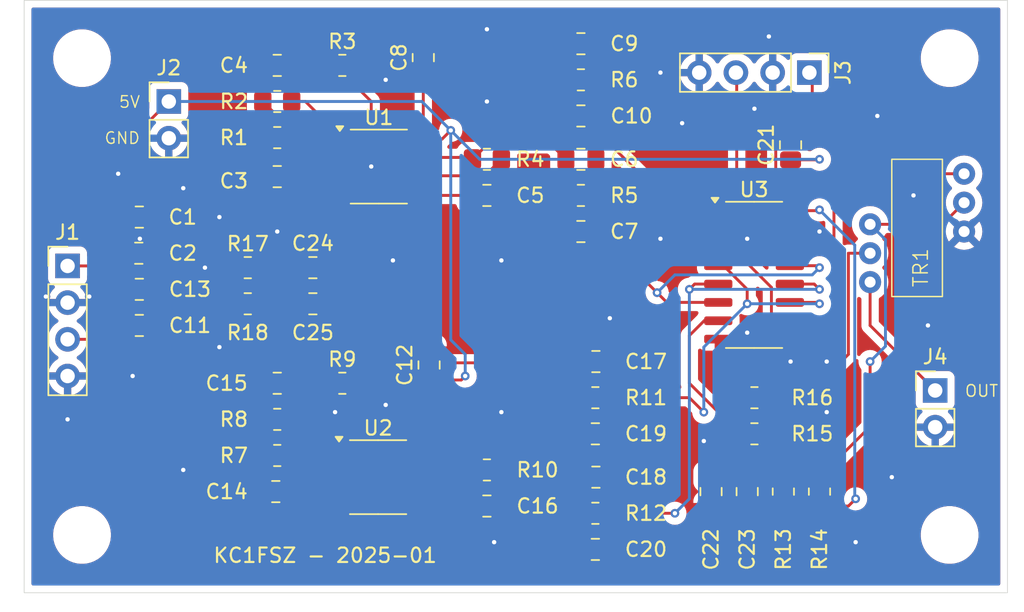
<source format=kicad_pcb>
(kicad_pcb (version 20240108) (generator "pcbnew") (generator_version "8.0")
  (layers (0 "F.Cu" signal) (31 "B.Cu" signal) (34 "B.Paste" user) (35 "F.Paste" user) (36 "B.SilkS" user "B.Silkscreen") (37 "F.SilkS" user "F.Silkscreen") (38 "B.Mask" user) (39 "F.Mask" user) (44 "Edge.Cuts" user))
  (net 0 "")
  (net 1 "I_IN")
  (net 2 "Net-(C1-Pad1)")
  (net 3 "GND")
  (net 4 "VBIAS")
  (net 5 "Net-(U1A--)")
  (net 6 "Net-(C4-Pad1)")
  (net 7 "Net-(C6-Pad1)")
  (net 8 "Net-(C6-Pad2)")
  (net 9 "P180")
  (net 10 "+5V")
  (net 11 "Net-(C9-Pad1)")
  (net 12 "P0")
  (net 13 "Q_IN")
  (net 14 "Net-(C13-Pad1)")
  (net 15 "Net-(U2A--)")
  (net 16 "Net-(C15-Pad1)")
  (net 17 "Net-(C17-Pad1)")
  (net 18 "Net-(C18-Pad2)")
  (net 19 "Net-(C18-Pad1)")
  (net 20 "P90")
  (net 21 "P270")
  (net 22 "Net-(C22-Pad1)")
  (net 23 "CLK_I")
  (net 24 "CLK_Q")
  (net 25 "TX_OUT")
  (net 26 "Net-(U1B--)")
  (net 27 "Net-(U2B--)")
  (net 28 "Net-(R15-Pad2)")
  (net 29 "Net-(U3-1A)")
  (net 30 "Net-(R16-Pad2)")
  (net 31 "Net-(U3-2A)")
  (footprint "Package_SO:SOIC-8_3.9x4.9mm_P1.27mm" (layer "F.Cu") (at 145.525 75.505)
    (property "Reference" "U1")
    (property "Value" "LM4562")
  )
  (footprint "MountingHole:MountingHole_3.5mm" (layer "F.Cu") (at 185 68)
    (property "Reference" "H2" (hide yes))
    (property "Value" "MountingHole")
  )
  (footprint "Capacitor_SMD:C_0805_2012Metric_Pad1.18x1.45mm_HandSolder" (layer "F.Cu") (at 148.6 67.9625 90)
    (property "Reference" "C8")
    (property "Value" "0.1uF")
  )
  (footprint "Resistor_SMD:R_0805_2012Metric_Pad1.20x1.40mm_HandSolder" (layer "F.Cu") (at 153 96.5 180)
    (property "Reference" "R10")
    (property "Value" "10k")
  )
  (footprint "Capacitor_SMD:C_0805_2012Metric_Pad1.18x1.45mm_HandSolder" (layer "F.Cu") (at 140.9625 82.5)
    (property "Reference" "C24")
    (property "Value" "4.7uF")
  )
  (footprint "Package_SO:SOIC-8_3.9x4.9mm_P1.27mm" (layer "F.Cu") (at 145.475 97)
    (property "Reference" "U2")
    (property "Value" "LM4562")
  )
  (footprint "Resistor_SMD:R_0805_2012Metric_Pad1.20x1.40mm_HandSolder" (layer "F.Cu") (at 160.5 91.5)
    (property "Reference" "R11")
    (property "Value" "50")
  )
  (footprint "Package_SO:SOIC-16_3.9x9.9mm_P1.27mm" (layer "F.Cu") (at 171.475 83)
    (property "Reference" "U3")
    (property "Value" "SN74CBT3253")
  )
  (footprint "Resistor_SMD:R_0805_2012Metric_Pad1.20x1.40mm_HandSolder" (layer "F.Cu") (at 159.5 69.5)
    (property "Reference" "R6")
    (property "Value" "50")
  )
  (footprint "Capacitor_SMD:C_0805_2012Metric_Pad1.18x1.45mm_HandSolder" (layer "F.Cu") (at 128.9625 84 180)
    (property "Reference" "C13")
    (property "Value" "10uF")
  )
  (footprint "bruce-footprints:FT37-43 Trifilar" (layer "F.Cu") (at 182.5 79.5 90)
    (property "Reference" "TR1")
    (property "Value" "Trifilar FT37-43")
  )
  (footprint "MountingHole:MountingHole_3.5mm" (layer "F.Cu") (at 125 68)
    (property "Reference" "H1" (hide yes))
    (property "Value" "MountingHole")
  )
  (footprint "Capacitor_SMD:C_0805_2012Metric_Pad1.18x1.45mm_HandSolder" (layer "F.Cu") (at 159.5 67 180)
    (property "Reference" "C9")
    (property "Value" "10uF")
  )
  (footprint "Capacitor_SMD:C_0805_2012Metric_Pad1.18x1.45mm_HandSolder" (layer "F.Cu") (at 138.5 76.2 180)
    (property "Reference" "C3")
    (property "Value" "0.1uF")
  )
  (footprint "Capacitor_SMD:C_0805_2012Metric_Pad1.18x1.45mm_HandSolder" (layer "F.Cu") (at 171 98 -90)
    (property "Reference" "C23")
    (property "Value" "4.7uF")
  )
  (footprint "Capacitor_SMD:C_0805_2012Metric_Pad1.18x1.45mm_HandSolder" (layer "F.Cu") (at 174 74 90)
    (property "Reference" "C21")
    (property "Value" "0.1uF")
  )
  (footprint "Capacitor_SMD:C_0805_2012Metric_Pad1.18x1.45mm_HandSolder" (layer "F.Cu") (at 159.5 80 180)
    (property "Reference" "C7")
    (property "Value" "0.022uF")
  )
  (footprint "Capacitor_SMD:C_0805_2012Metric_Pad1.18x1.45mm_HandSolder" (layer "F.Cu") (at 160.5375 97 180)
    (property "Reference" "C18")
    (property "Value" "10uF")
  )
  (footprint "Resistor_SMD:R_0805_2012Metric_Pad1.20x1.40mm_HandSolder" (layer "F.Cu") (at 138.5 95.5)
    (property "Reference" "R7")
    (property "Value" "10k")
  )
  (footprint "Capacitor_SMD:C_0805_2012Metric_Pad1.18x1.45mm_HandSolder" (layer "F.Cu") (at 138.5 68.5 180)
    (property "Reference" "C4")
    (property "Value" "100pF")
  )
  (footprint "Capacitor_SMD:C_0805_2012Metric_Pad1.18x1.45mm_HandSolder" (layer "F.Cu") (at 128.9625 79 180)
    (property "Reference" "C1")
    (property "Value" "10uF")
  )
  (footprint "Capacitor_SMD:C_0805_2012Metric_Pad1.18x1.45mm_HandSolder" (layer "F.Cu") (at 128.9625 86.5)
    (property "Reference" "C11")
    (property "Value" "1000pF")
  )
  (footprint "Resistor_SMD:R_0805_2012Metric_Pad1.20x1.40mm_HandSolder" (layer "F.Cu") (at 153 75 180)
    (property "Reference" "R4")
    (property "Value" "10k")
  )
  (footprint "Capacitor_SMD:C_0805_2012Metric_Pad1.18x1.45mm_HandSolder" (layer "F.Cu") (at 153 99)
    (property "Reference" "C16")
    (property "Value" "0.1uF")
  )
  (footprint "Resistor_SMD:R_0805_2012Metric_Pad1.20x1.40mm_HandSolder" (layer "F.Cu") (at 159.5 77.5)
    (property "Reference" "R5")
    (property "Value" "50")
  )
  (footprint "Resistor_SMD:R_0805_2012Metric_Pad1.20x1.40mm_HandSolder" (layer "F.Cu") (at 173.5 98 -90)
    (property "Reference" "R13")
    (property "Value" "2.2k")
  )
  (footprint "Connector_PinHeader_2.54mm:PinHeader_1x04_P2.54mm_Vertical" (layer "F.Cu") (at 175.3 69 -90)
    (property "Reference" "J3")
    (property "Value" "Conn_01x04")
  )
  (footprint "Resistor_SMD:R_0805_2012Metric_Pad1.20x1.40mm_HandSolder" (layer "F.Cu") (at 160.5 99.5)
    (property "Reference" "R12")
    (property "Value" "50")
  )
  (footprint "Resistor_SMD:R_0805_2012Metric_Pad1.20x1.40mm_HandSolder" (layer "F.Cu") (at 136.4625 82.5)
    (property "Reference" "R17")
    (property "Value" "2.2k")
  )
  (footprint "Capacitor_SMD:C_0805_2012Metric_Pad1.18x1.45mm_HandSolder" (layer "F.Cu") (at 160.5 94 180)
    (property "Reference" "C19")
    (property "Value" "0.022uF")
  )
  (footprint "Resistor_SMD:R_0805_2012Metric_Pad1.20x1.40mm_HandSolder" (layer "F.Cu") (at 143 90.5)
    (property "Reference" "R9")
    (property "Value" "10k")
  )
  (footprint "Resistor_SMD:R_0805_2012Metric_Pad1.20x1.40mm_HandSolder" (layer "F.Cu") (at 136.4625 85 180)
    (property "Reference" "R18")
    (property "Value" "2.2k")
  )
  (footprint "Capacitor_SMD:C_0805_2012Metric_Pad1.18x1.45mm_HandSolder" (layer "F.Cu") (at 159.5 72 180)
    (property "Reference" "C10")
    (property "Value" "0.022uF")
  )
  (footprint "Resistor_SMD:R_0805_2012Metric_Pad1.20x1.40mm_HandSolder" (layer "F.Cu") (at 138.5 93)
    (property "Reference" "R8")
    (property "Value" "10k")
  )
  (footprint "Capacitor_SMD:C_0805_2012Metric_Pad1.18x1.45mm_HandSolder" (layer "F.Cu") (at 138.5 90.5 180)
    (property "Reference" "C15")
    (property "Value" "100pF")
  )
  (footprint "MountingHole:MountingHole_3.5mm" (layer "F.Cu") (at 185 101)
    (property "Reference" "H4" (hide yes))
    (property "Value" "MountingHole")
  )
  (footprint "Resistor_SMD:R_0805_2012Metric_Pad1.20x1.40mm_HandSolder" (layer "F.Cu") (at 138.5 73.5)
    (property "Reference" "R1")
    (property "Value" "10k")
  )
  (footprint "Capacitor_SMD:C_0805_2012Metric_Pad1.18x1.45mm_HandSolder" (layer "F.Cu") (at 140.9625 85)
    (property "Reference" "C25")
    (property "Value" "0.1uF")
  )
  (footprint "Connector_PinHeader_2.54mm:PinHeader_1x04_P2.54mm_Vertical" (layer "F.Cu") (at 124 82.38)
    (property "Reference" "J1")
    (property "Value" "Conn_01x04")
  )
  (footprint "Capacitor_SMD:C_0805_2012Metric_Pad1.18x1.45mm_HandSolder" (layer "F.Cu") (at 168.5 98 -90)
    (property "Reference" "C22")
    (property "Value" "0.1uF")
  )
  (footprint "Resistor_SMD:R_0805_2012Metric_Pad1.20x1.40mm_HandSolder" (layer "F.Cu") (at 138.5 71)
    (property "Reference" "R2")
    (property "Value" "10k")
  )
  (footprint "Resistor_SMD:R_0805_2012Metric_Pad1.20x1.40mm_HandSolder" (layer "F.Cu") (at 143 68.5)
    (property "Reference" "R3")
    (property "Value" "10k")
  )
  (footprint "Capacitor_SMD:C_0805_2012Metric_Pad1.18x1.45mm_HandSolder" (layer "F.Cu") (at 160.5 102 180)
    (property "Reference" "C20")
    (property "Value" "0.022uF")
  )
  (footprint "Capacitor_SMD:C_0805_2012Metric_Pad1.18x1.45mm_HandSolder" (layer "F.Cu") (at 153 77.5)
    (property "Reference" "C5")
    (property "Value" "0.1uF")
  )
  (footprint "Capacitor_SMD:C_0805_2012Metric_Pad1.18x1.45mm_HandSolder" (layer "F.Cu") (at 149 89.2375 90)
    (property "Reference" "C12")
    (property "Value" "0.1uF")
  )
  (footprint "MountingHole:MountingHole_3.5mm" (layer "F.Cu") (at 125 101)
    (property "Reference" "H3" (hide yes))
    (property "Value" "MountingHole")
  )
  (footprint "Capacitor_SMD:C_0805_2012Metric_Pad1.18x1.45mm_HandSolder" (layer "F.Cu") (at 160.5375 89 180)
    (property "Reference" "C17")
    (property "Value" "10uF")
  )
  (footprint "Capacitor_SMD:C_0805_2012Metric_Pad1.18x1.45mm_HandSolder" (layer "F.Cu") (at 159.5 75 180)
    (property "Reference" "C6")
    (property "Value" "10uF")
  )
  (footprint "Capacitor_SMD:C_0805_2012Metric_Pad1.18x1.45mm_HandSolder" (layer "F.Cu") (at 128.925 81.5)
    (property "Reference" "C2")
    (property "Value" "1000pF")
  )
  (footprint "Resistor_SMD:R_0805_2012Metric_Pad1.20x1.40mm_HandSolder" (layer "F.Cu") (at 171.5 91.5)
    (property "Reference" "R16")
    (property "Value" "50")
  )
  (footprint "Connector_PinHeader_2.54mm:PinHeader_1x02_P2.54mm_Vertical" (layer "F.Cu") (at 131 71)
    (property "Reference" "J2")
    (property "Value" "Conn_01x02")
  )
  (footprint "Capacitor_SMD:C_0805_2012Metric_Pad1.18x1.45mm_HandSolder" (layer "F.Cu") (at 138.4 98 180)
    (property "Reference" "C14")
    (property "Value" "0.1uF")
  )
  (footprint "Resistor_SMD:R_0805_2012Metric_Pad1.20x1.40mm_HandSolder" (layer "F.Cu") (at 176 98 90)
    (property "Reference" "R14")
    (property "Value" "3.3k")
  )
  (footprint "Connector_PinHeader_2.54mm:PinHeader_1x02_P2.54mm_Vertical" (layer "F.Cu") (at 184 91)
    (property "Reference" "J4")
    (property "Value" "Conn_01x02")
  )
  (footprint "Resistor_SMD:R_0805_2012Metric_Pad1.20x1.40mm_HandSolder" (layer "F.Cu") (at 171.5 94)
    (property "Reference" "R15")
    (property "Value" "50")
  )
  (gr_rect (start 121 64) (end 189 105) (stroke (width 0.05)) (fill none) (layer "Edge.Cuts"))
  (gr_text "OUT" (at 186 91.5 0) (layer "F.SilkS") (effects (font (size 0.8 0.8) (thickness 0.1)) (justify left bottom)))
  (gr_text "KC1FSZ - 2025-01" (at 134 103 0) (layer "F.SilkS") (effects (font (size 1 1)) (justify left bottom)))
  (gr_text "5V" (at 127.5 71.5 0) (layer "F.SilkS") (effects (font (size 0.8 0.8) (thickness 0.09375)) (justify left bottom)))
  (gr_text "GND" (at 126.5 74 0) (layer "F.SilkS") (effects (font (size 0.8 0.8) (thickness 0.09375)) (justify left bottom)))
  (segment (start 127.925 81.075) (end 127.925 79) (width 0.2) (layer "F.Cu") (net 1))
  (segment (start 127.8875 81.1125) (end 127.925 81.075) (width 0.2) (layer "F.Cu") (net 1))
  (segment (start 127.0075 82.38) (end 127.8875 81.5) (width 0.2) (layer "F.Cu") (net 1))
  (segment (start 127.8875 81.5) (end 127.8875 81.1125) (width 0.2) (layer "F.Cu") (net 1))
  (segment (start 124 82.38) (end 127.0075 82.38) (width 0.2) (layer "F.Cu") (net 1))
  (segment (start 132 79) (end 137.5 73.5) (width 0.2) (layer "F.Cu") (net 2))
  (segment (start 130 79) (end 132 79) (width 0.2) (layer "F.Cu") (net 2))
  (segment (start 175.825 79.825) (end 176 80) (width 0.2) (layer "F.Cu") (net 3))
  (segment (start 129.9625 81.4625) (end 129 80.5) (width 0.2) (layer "F.Cu") (net 3))
  (segment (start 129.9625 81.5) (end 129.9625 81.4625) (width 0.2) (layer "F.Cu") (net 3))
  (segment (start 173.95 79.825) (end 175.825 79.825) (width 0.2) (layer "F.Cu") (net 3))
  (via (at 138.5 80) (size 0.6) (drill 0.3) (layers "F.Cu" "B.Cu") (net 3))
  (via (at 134.5 79) (size 0.6) (drill 0.3) (layers "F.Cu" "B.Cu") (net 3))
  (via (at 168 94.5) (size 0.6) (drill 0.3) (layers "F.Cu" "B.Cu") (net 3))
  (via (at 127.5 76) (size 0.6) (drill 0.3) (layers "F.Cu" "B.Cu") (net 3))
  (via (at 161.5 86) (size 0.6) (drill 0.3) (layers "F.Cu" "B.Cu") (net 3))
  (via (at 132 96.5) (size 0.6) (drill 0.3) (layers "F.Cu" "B.Cu") (net 3))
  (via (at 125.5 84.5) (size 0.6) (drill 0.3) (layers "F.Cu" "B.Cu") (net 3))
  (via (at 166.5 72.5) (size 0.6) (drill 0.3) (layers "F.Cu" "B.Cu") (net 3))
  (via (at 171.5 71.5) (size 0.6) (drill 0.3) (layers "F.Cu" "B.Cu") (net 3))
  (via (at 142.5 92.5) (size 0.6) (drill 0.3) (layers "F.Cu" "B.Cu") (net 3))
  (via (at 171 87) (size 0.6) (drill 0.3) (layers "F.Cu" "B.Cu") (net 3))
  (via (at 146.5 82) (size 0.6) (drill 0.3) (layers "F.Cu" "B.Cu") (net 3))
  (via (at 154 92.5) (size 0.6) (drill 0.3) (layers "F.Cu" "B.Cu") (net 3))
  (via (at 154 82) (size 0.6) (drill 0.3) (layers "F.Cu" "B.Cu") (net 3))
  (via (at 153.5 101.5) (size 0.6) (drill 0.3) (layers "F.Cu" "B.Cu") (net 3))
  (via (at 122.5 84.5) (size 0.6) (drill 0.3) (layers "F.Cu" "B.Cu") (net 3))
  (via (at 165 69) (size 0.6) (drill 0.3) (layers "F.Cu" "B.Cu") (net 3))
  (via (at 171 80.5) (size 0.6) (drill 0.3) (layers "F.Cu" "B.Cu") (net 3))
  (via (at 145 75.5) (size 0.6) (drill 0.3) (layers "F.Cu" "B.Cu") (net 3))
  (via (at 153 66) (size 0.6) (drill 0.3) (layers "F.Cu" "B.Cu") (net 3))
  (via (at 180 72) (size 0.6) (drill 0.3) (layers "F.Cu" "B.Cu") (net 3))
  (via (at 134.5 88) (size 0.6) (drill 0.3) (layers "F.Cu" "B.Cu") (net 3))
  (via (at 146 69.5) (size 0.6) (drill 0.3) (layers "F.Cu" "B.Cu") (net 3))
  (via (at 124 93) (size 0.6) (drill 0.3) (layers "F.Cu" "B.Cu") (net 3))
  (via (at 153 71) (size 0.6) (drill 0.3) (layers "F.Cu" "B.Cu") (net 3))
  (via (at 165 80.5) (size 0.6) (drill 0.3) (layers "F.Cu" "B.Cu") (net 3))
  (via (at 174 89) (size 0.6) (drill 0.3) (layers "F.Cu" "B.Cu") (net 3))
  (via (at 176.5 89) (size 0.6) (drill 0.3) (layers "F.Cu" "B.Cu") (net 3))
  (via (at 146 92) (size 0.6) (drill 0.3) (layers "F.Cu" "B.Cu") (net 3))
  (via (at 182.5 77.5) (size 0.6) (drill 0.3) (layers "F.Cu" "B.Cu") (net 3))
  (via (at 132 77) (size 0.6) (drill 0.3) (layers "F.Cu" "B.Cu") (net 3))
  (via (at 176.5 92.5) (size 0.6) (drill 0.3) (layers "F.Cu" "B.Cu") (net 3))
  (via (at 183.5 86.5) (size 0.6) (drill 0.3) (layers "F.Cu" "B.Cu") (net 3))
  (via (at 178.5 101.5) (size 0.6) (drill 0.3) (layers "F.Cu" "B.Cu") (net 3))
  (via (at 181 97) (size 0.6) (drill 0.3) (layers "F.Cu" "B.Cu") (net 3))
  (via (at 133.5 82.5) (size 0.6) (drill 0.3) (layers "F.Cu" "B.Cu") (net 3))
  (via (at 128.5 90) (size 0.6) (drill 0.3) (layers "F.Cu" "B.Cu") (net 3))
  (via (at 176 80) (size 0.6) (drill 0.3) (layers "F.Cu" "B.Cu") (net 3))
  (via (at 172.5 66.5) (size 0.6) (drill 0.3) (layers "F.Cu" "B.Cu") (net 3))
  (via (at 129 80.5) (size 0.6) (drill 0.3) (layers "F.Cu" "B.Cu") (net 3))
  (segment (start 143.86 76.14) (end 145.13 77.41) (width 0.2) (layer "F.Cu") (net 4))
  (segment (start 145.13 77.41) (end 148 77.41) (width 0.2) (layer "F.Cu") (net 4))
  (segment (start 139.8 76.2) (end 139.86 76.14) (width 0.2) (layer "F.Cu") (net 4))
  (segment (start 140.050256 97.635) (end 138.5 96.084744) (width 0.2) (layer "F.Cu") (net 4))
  (segment (start 138.5 96.084744) (end 138.5 94.565686) (width 0.2) (layer "F.Cu") (net 4))
  (segment (start 145.244999 98.905) (end 147.95 98.905) (width 0.2) (layer "F.Cu") (net 4))
  (segment (start 138.5 94.565686) (end 137.934314 94) (width 0.2) (layer "F.Cu") (net 4))
  (segment (start 143 97.635) (end 143.974999 97.635) (width 0.2) (layer "F.Cu") (net 4))
  (segment (start 151.9625 77.5) (end 148.09 77.5) (width 0.2) (layer "F.Cu") (net 4))
  (segment (start 139.925 82.075) (end 139.5375 81.6875) (width 0.2) (layer "F.Cu") (net 4))
  (segment (start 147.95 98.905) (end 151.8675 98.905) (width 0.2) (layer "F.Cu") (net 4))
  (segment (start 142.635 98) (end 143 97.635) (width 0.2) (layer "F.Cu") (net 4))
  (segment (start 139.86 76.14) (end 143.05 76.14) (width 0.2) (layer "F.Cu") (net 4))
  (segment (start 139.4375 98) (end 142.635 98) (width 0.2) (layer "F.Cu") (net 4))
  (segment (start 137.4625 82.5) (end 139.925 82.5) (width 0.2) (layer "F.Cu") (net 4))
  (segment (start 137.934314 94) (end 136.565686 94) (width 0.2) (layer "F.Cu") (net 4))
  (segment (start 139.925 82.5) (end 139.925 82.075) (width 0.2) (layer "F.Cu") (net 4))
  (segment (start 151.8675 98.905) (end 151.9625 99) (width 0.2) (layer "F.Cu") (net 4))
  (segment (start 136.5 85.9625) (end 137.4625 85) (width 0.2) (layer "F.Cu") (net 4))
  (segment (start 139.5375 81.6875) (end 139.5375 76.2) (width 0.2) (layer "F.Cu") (net 4))
  (segment (start 143.974999 97.635) (end 145.244999 98.905) (width 0.2) (layer "F.Cu") (net 4))
  (segment (start 136.565686 94) (end 136.5 93.934314) (width 0.2) (layer "F.Cu") (net 4))
  (segment (start 136.5 93.934314) (end 136.5 85.9625) (width 0.2) (layer "F.Cu") (net 4))
  (segment (start 139.925 85) (end 139.925 82.5) (width 0.2) (layer "F.Cu") (net 4))
  (segment (start 143.05 76.14) (end 143.86 76.14) (width 0.2) (layer "F.Cu") (net 4))
  (segment (start 143 97.635) (end 140.050256 97.635) (width 0.2) (layer "F.Cu") (net 4))
  (segment (start 148.09 77.5) (end 148 77.41) (width 0.2) (layer "F.Cu") (net 4))
  (segment (start 139.5375 76.2) (end 139.8 76.2) (width 0.2) (layer "F.Cu") (net 4))
  (segment (start 137.4625 85) (end 137.4625 82.5) (width 0.2) (layer "F.Cu") (net 4))
  (segment (start 140.87 74.87) (end 143.05 74.87) (width 0.2) (layer "F.Cu") (net 5))
  (segment (start 137.5 71) (end 139.5 73) (width 0.2) (layer "F.Cu") (net 5))
  (segment (start 137.5 68.5375) (end 137.4625 68.5) (width 0.2) (layer "F.Cu") (net 5))
  (segment (start 139.5 73) (end 139.5 73.5) (width 0.2) (layer "F.Cu") (net 5))
  (segment (start 137.5 71) (end 137.5 68.5375) (width 0.2) (layer "F.Cu") (net 5))
  (segment (start 139.5 73.5) (end 140.87 74.87) (width 0.2) (layer "F.Cu") (net 5))
  (segment (start 142 68.5) (end 143.002756 67.497244) (width 0.2) (layer "F.Cu") (net 6))
  (segment (start 140.45 71) (end 143.05 73.6) (width 0.2) (layer "F.Cu") (net 6))
  (segment (start 139.5375 68.5) (end 142 68.5) (width 0.2) (layer "F.Cu") (net 6))
  (segment (start 139.5375 68.5) (end 139.5375 70.9625) (width 0.2) (layer "F.Cu") (net 6))
  (segment (start 143.002756 67.497244) (end 147.575 67.497244) (width 0.2) (layer "F.Cu") (net 6))
  (segment (start 147.575 67.497244) (end 148.077756 68) (width 0.2) (layer "F.Cu") (net 6))
  (segment (start 139.5375 70.9625) (end 139.5 71) (width 0.2) (layer "F.Cu") (net 6))
  (segment (start 148.077756 68) (end 157.4625 68) (width 0.2) (layer "F.Cu") (net 6))
  (segment (start 139.5 71) (end 140.45 71) (width 0.2) (layer "F.Cu") (net 6))
  (segment (start 157.4625 68) (end 158.4625 67) (width 0.2) (layer "F.Cu") (net 6))
  (segment (start 158.5 77.5) (end 160.5375 75.4625) (width 0.2) (layer "F.Cu") (net 7))
  (segment (start 160.5375 75.4625) (end 160.5375 75) (width 0.2) (layer "F.Cu") (net 7))
  (segment (start 151.87 74.87) (end 152 75) (width 0.2) (layer "F.Cu") (net 8))
  (segment (start 158.4625 75) (end 157.4625 74) (width 0.2) (layer "F.Cu") (net 8))
  (segment (start 153 74) (end 152 75) (width 0.2) (layer "F.Cu") (net 8))
  (segment (start 148 74.87) (end 151.87 74.87) (width 0.2) (layer "F.Cu") (net 8))
  (segment (start 157.4625 74) (end 153 74) (width 0.2) (layer "F.Cu") (net 8))
  (segment (start 160.5375 80) (end 160.5375 77.5375) (width 0.2) (layer "F.Cu") (net 9))
  (segment (start 160.5375 77.5375) (end 160.5 77.5) (width 0.2) (layer "F.Cu") (net 9))
  (segment (start 173.95 82.365) (end 175.865 82.365) (width 0.2) (layer "F.Cu") (net 9))
  (segment (start 175.865 82.365) (end 176 82.5) (width 0.2) (layer "F.Cu") (net 9))
  (segment (start 165.4425 84.905) (end 169 84.905) (width 0.2) (layer "F.Cu") (net 9))
  (segment (start 164.76875 84.23125) (end 165.4425 84.905) (width 0.2) (layer "F.Cu") (net 9))
  (segment (start 160.5375 80) (end 164.76875 84.23125) (width 0.2) (layer "F.Cu") (net 9))
  (via (at 164.76875 84.23125) (size 0.6) (drill 0.3) (layers "F.Cu" "B.Cu") (net 9))
  (via (at 176 82.5) (size 0.6) (drill 0.3) (layers "F.Cu" "B.Cu") (net 9))
  (segment (start 166 83) (end 164.76875 84.23125) (width 0.2) (layer "B.Cu") (net 9))
  (segment (start 175.5 83) (end 166 83) (width 0.2) (layer "B.Cu") (net 9))
  (segment (start 176 82.5) (end 175.5 83) (width 0.2) (layer "B.Cu") (net 9))
  (segment (start 176 78.5) (end 175.945 78.555) (width 0.2) (layer "F.Cu") (net 10))
  (segment (start 149 94.045) (end 149 90.275) (width 0.2) (layer "F.Cu") (net 10))
  (segment (start 147.95 95.095) (end 149 94.045) (width 0.2) (layer "F.Cu") (net 10))
  (segment (start 129.1125 72.8875) (end 129.1125 79.709744) (width 0.2) (layer "F.Cu") (net 10))
  (segment (start 151.225 90.275) (end 151.5 90) (width 0.2) (layer "F.Cu") (net 10))
  (segment (start 131 71) (end 129.1125 72.8875) (width 0.2) (layer "F.Cu") (net 10))
  (segment (start 129.1125 79.709744) (end 129.427756 80.025) (width 0.2) (layer "F.Cu") (net 10))
  (segment (start 173.95 75.0875) (end 174 75.0375) (width 0.2) (layer "F.Cu") (net 10))
  (segment (start 129.427756 80.025) (end 132.9875 80.025) (width 0.2) (layer "F.Cu") (net 10))
  (segment (start 176 99) (end 178 99) (width 0.2) (layer "F.Cu") (net 10))
  (segment (start 148.6 73) (end 148.6 69) (width 0.2) (layer "F.Cu") (net 10))
  (segment (start 173.95 78.555) (end 173.95 75.0875) (width 0.2) (layer "F.Cu") (net 10))
  (segment (start 178 99) (end 178.5 98.5) (width 0.2) (layer "F.Cu") (net 10))
  (segment (start 148 73.6) (end 149.9 73.6) (width 0.2) (layer "F.Cu") (net 10))
  (segment (start 175.9625 75.0375) (end 176 75) (width 0.2) (layer "F.Cu") (net 10))
  (segment (start 149.9 73.6) (end 150.5 73) (width 0.2) (layer "F.Cu") (net 10))
  (segment (start 175.945 78.555) (end 173.95 78.555) (width 0.2) (layer "F.Cu") (net 10))
  (segment (start 148 73.6) (end 148.6 73) (width 0.2) (layer "F.Cu") (net 10))
  (segment (start 174 75.0375) (end 175.9625 75.0375) (width 0.2) (layer "F.Cu") (net 10))
  (segment (start 149 90.275) (end 151.225 90.275) (width 0.2) (layer "F.Cu") (net 10))
  (segment (start 132.9875 80.025) (end 135.4625 82.5) (width 0.2) (layer "F.Cu") (net 10))
  (via (at 150.5 73) (size 0.6) (drill 0.3) (layers "F.Cu" "B.Cu") (net 10))
  (via (at 178.5 98.5) (size 0.6) (drill 0.3) (layers "F.Cu" "B.Cu") (net 10))
  (via (at 176 78.5) (size 0.6) (drill 0.3) (layers "F.Cu" "B.Cu") (net 10))
  (via (at 176 75) (size 0.6) (drill 0.3) (layers "F.Cu" "B.Cu") (net 10))
  (via (at 151.5 90) (size 0.6) (drill 0.3) (layers "F.Cu" "B.Cu") (net 10))
  (segment (start 178.438 80.938) (end 176 78.5) (width 0.2) (layer "B.Cu") (net 10))
  (segment (start 148.5 71) (end 150.5 73) (width 0.2) (layer "B.Cu") (net 10))
  (segment (start 178.5 98.5) (end 178.438 98.438) (width 0.2) (layer "B.Cu") (net 10))
  (segment (start 151.5 88.5) (end 150.5 87.5) (width 0.2) (layer "B.Cu") (net 10))
  (segment (start 178.438 98.438) (end 178.438 80.938) (width 0.2) (layer "B.Cu") (net 10))
  (segment (start 152.5 75) (end 150.5 73) (width 0.2) (layer "B.Cu") (net 10))
  (segment (start 150.5 87.5) (end 150.5 73) (width 0.2) (layer "B.Cu") (net 10))
  (segment (start 176 75) (end 152.5 75) (width 0.2) (layer "B.Cu") (net 10))
  (segment (start 151.5 90) (end 151.5 88.5) (width 0.2) (layer "B.Cu") (net 10))
  (segment (start 131 71) (end 148.5 71) (width 0.2) (layer "B.Cu") (net 10))
  (segment (start 158.5 69.0375) (end 160.5375 67) (width 0.2) (layer "F.Cu") (net 11))
  (segment (start 158.5 69.5) (end 158.5 69.0375) (width 0.2) (layer "F.Cu") (net 11))
  (segment (start 168.654448 81.095) (end 169 81.095) (width 0.2) (layer "F.Cu") (net 12))
  (segment (start 160.5375 72) (end 160.5375 72.978052) (width 0.2) (layer "F.Cu") (net 12))
  (segment (start 172.975001 86.175) (end 173.95 86.175) (width 0.2) (layer "F.Cu") (net 12))
  (segment (start 172.675 85.874999) (end 172.975001 86.175) (width 0.2) (layer "F.Cu") (net 12))
  (segment (start 172.675 83.865) (end 172.675 85.874999) (width 0.2) (layer "F.Cu") (net 12))
  (segment (start 169.905 81.095) (end 172.675 83.865) (width 0.2) (layer "F.Cu") (net 12))
  (segment (start 169 81.095) (end 169.905 81.095) (width 0.2) (layer "F.Cu") (net 12))
  (segment (start 160.5 69.5) (end 160.5 71.9625) (width 0.2) (layer "F.Cu") (net 12))
  (segment (start 160.5 71.9625) (end 160.5375 72) (width 0.2) (layer "F.Cu") (net 12))
  (segment (start 160.5375 72.978052) (end 168.654448 81.095) (width 0.2) (layer "F.Cu") (net 12))
  (segment (start 127.925 86.5) (end 127.925 84) (width 0.2) (layer "F.Cu") (net 13))
  (segment (start 127.5 86.5) (end 127.925 86.5) (width 0.2) (layer "F.Cu") (net 13))
  (segment (start 124 87.46) (end 126.46 87.46) (width 0.2) (layer "F.Cu") (net 13))
  (segment (start 126.46 87.46) (end 126.5 87.5) (width 0.2) (layer "F.Cu") (net 13))
  (segment (start 126.5 87.5) (end 127.5 86.5) (width 0.2) (layer "F.Cu") (net 13))
  (segment (start 132 84) (end 132 90) (width 0.2) (layer "F.Cu") (net 14))
  (segment (start 132 90) (end 137.5 95.5) (width 0.2) (layer "F.Cu") (net 14))
  (segment (start 130 84) (end 132 84) (width 0.2) (layer "F.Cu") (net 14))
  (segment (start 139.5 94) (end 138.5 94) (width 0.2) (layer "F.Cu") (net 15))
  (segment (start 138.5 94) (end 137.5 93) (width 0.2) (layer "F.Cu") (net 15))
  (segment (start 140.365 96.365) (end 143 96.365) (width 0.2) (layer "F.Cu") (net 15))
  (segment (start 139.5 95.5) (end 140.365 96.365) (width 0.2) (layer "F.Cu") (net 15))
  (segment (start 139.5 95.5) (end 139.5 94) (width 0.2) (layer "F.Cu") (net 15))
  (segment (start 137.5 93) (end 137.5 90.5375) (width 0.2) (layer "F.Cu") (net 15))
  (segment (start 137.5 90.5375) (end 137.4625 90.5) (width 0.2) (layer "F.Cu") (net 15))
  (segment (start 159.4125 89.0875) (end 159.5 89) (width 0.2) (layer "F.Cu") (net 16))
  (segment (start 143.4125 89.0875) (end 159.4125 89.0875) (width 0.2) (layer "F.Cu") (net 16))
  (segment (start 139.5 90.5375) (end 139.5375 90.5) (width 0.2) (layer "F.Cu") (net 16))
  (segment (start 142 90.5) (end 143.4125 89.0875) (width 0.2) (layer "F.Cu") (net 16))
  (segment (start 140.905 93) (end 143 95.095) (width 0.2) (layer "F.Cu") (net 16))
  (segment (start 139.5375 90.5) (end 142 90.5) (width 0.2) (layer "F.Cu") (net 16))
  (segment (start 139.5 93) (end 139.5 90.5375) (width 0.2) (layer "F.Cu") (net 16))
  (segment (start 139.5 93) (end 140.905 93) (width 0.2) (layer "F.Cu") (net 16))
  (segment (start 159.5 91.5) (end 161.575 89.425) (width 0.2) (layer "F.Cu") (net 17))
  (segment (start 161.575 89.425) (end 161.575 89) (width 0.2) (layer "F.Cu") (net 17))
  (segment (start 153 95.5) (end 158 95.5) (width 0.2) (layer "F.Cu") (net 18))
  (segment (start 151.865 96.365) (end 152 96.5) (width 0.2) (layer "F.Cu") (net 18))
  (segment (start 147.95 96.365) (end 151.865 96.365) (width 0.2) (layer "F.Cu") (net 18))
  (segment (start 152 96.5) (end 153 95.5) (width 0.2) (layer "F.Cu") (net 18))
  (segment (start 158 95.5) (end 159.5 97) (width 0.2) (layer "F.Cu") (net 18))
  (segment (start 159.5 99.5) (end 161.575 97.425) (width 0.2) (layer "F.Cu") (net 19))
  (segment (start 161.575 97.425) (end 161.575 97) (width 0.2) (layer "F.Cu") (net 19))
  (segment (start 171 85) (end 171 84) (width 0.2) (layer "F.Cu") (net 20))
  (segment (start 167 91.5) (end 168 92.5) (width 0.2) (layer "F.Cu") (net 20))
  (segment (start 161.5375 94) (end 161.5375 91.5375) (width 0.2) (layer "F.Cu") (net 20))
  (segment (start 171 84) (end 169.365 82.365) (width 0.2) (layer "F.Cu") (net 20))
  (segment (start 161.5 91.5) (end 167 91.5) (width 0.2) (layer "F.Cu") (net 20))
  (segment (start 175.905 84.905) (end 176 85) (width 0.2) (layer "F.Cu") (net 20))
  (segment (start 169.365 82.365) (end 169 82.365) (width 0.2) (layer "F.Cu") (net 20))
  (segment (start 173.95 84.905) (end 175.905 84.905) (width 0.2) (layer "F.Cu") (net 20))
  (segment (start 161.5375 91.5375) (end 161.5 91.5) (width 0.2) (layer "F.Cu") (net 20))
  (via (at 171 85) (size 0.6) (drill 0.3) (layers "F.Cu" "B.Cu") (net 20))
  (via (at 168 92.5) (size 0.6) (drill 0.3) (layers "F.Cu" "B.Cu") (net 20))
  (via (at 176 85) (size 0.6) (drill 0.3) (layers "F.Cu" "B.Cu") (net 20))
  (segment (start 168 92.5) (end 168 88) (width 0.2) (layer "B.Cu") (net 20))
  (segment (start 168 88) (end 171 85) (width 0.2) (layer "B.Cu") (net 20))
  (segment (start 176 85) (end 171 85) (width 0.2) (layer "B.Cu") (net 20))
  (segment (start 161.5375 99.5375) (end 161.5 99.5) (width 0.2) (layer "F.Cu") (net 21))
  (segment (start 166 99.5) (end 161.5 99.5) (width 0.2) (layer "F.Cu") (net 21))
  (segment (start 173.95 83.635) (end 175.635 83.635) (width 0.2) (layer "F.Cu") (net 21))
  (segment (start 175.635 83.635) (end 176 84) (width 0.2) (layer "F.Cu") (net 21))
  (segment (start 161.5375 102) (end 161.5375 99.5375) (width 0.2) (layer "F.Cu") (net 21))
  (segment (start 167.365 83.635) (end 167 84) (width 0.2) (layer "F.Cu") (net 21))
  (segment (start 169 83.635) (end 167.365 83.635) (width 0.2) (layer "F.Cu") (net 21))
  (via (at 167 84) (size 0.6) (drill 0.3) (layers "F.Cu" "B.Cu") (net 21))
  (via (at 166 99.5) (size 0.6) (drill 0.3) (layers "F.Cu" "B.Cu") (net 21))
  (via (at 176 84) (size 0.6) (drill 0.3) (layers "F.Cu" "B.Cu") (net 21))
  (segment (start 176 84) (end 167 84) (width 0.2) (layer "B.Cu") (net 21))
  (segment (start 167 98.5) (end 166 99.5) (width 0.2) (layer "B.Cu") (net 21))
  (segment (start 167 84) (end 167 98.5) (width 0.2) (layer "B.Cu") (net 21))
  (segment (start 171 96.9625) (end 173.4625 96.9625) (width 0.2) (layer "F.Cu") (net 22))
  (segment (start 173.5 97) (end 176 97) (width 0.2) (layer "F.Cu") (net 22))
  (segment (start 179.5 93.5) (end 179.5 89) (width 0.2) (layer "F.Cu") (net 22))
  (segment (start 176 97) (end 179.5 93.5) (width 0.2) (layer "F.Cu") (net 22))
  (segment (start 173.4625 96.9625) (end 173.5 97) (width 0.2) (layer "F.Cu") (net 22))
  (segment (start 168.5 96.9625) (end 171 96.9625) (width 0.2) (layer "F.Cu") (net 22))
  (segment (start 179.5 79.5) (end 184.5 79.5) (width 0.2) (layer "F.Cu") (net 22))
  (segment (start 184.5 79.5) (end 186 78) (width 0.2) (layer "F.Cu") (net 22))
  (via (at 179.5 89) (size 0.6) (drill 0.3) (layers "F.Cu" "B.Cu") (net 22))
  (segment (start 180.562 80.562) (end 179.5 79.5) (width 0.2) (layer "B.Cu") (net 22))
  (segment (start 180.562 87.938) (end 180.562 80.562) (width 0.2) (layer "B.Cu") (net 22))
  (segment (start 179.5 89) (end 180.562 87.938) (width 0.2) (layer "B.Cu") (net 22))
  (segment (start 172.095 81.095) (end 173.95 81.095) (width 0.2) (layer "F.Cu") (net 23))
  (segment (start 172 78.365685) (end 172 81) (width 0.2) (layer "F.Cu") (net 23))
  (segment (start 172 81) (end 172.095 81.095) (width 0.2) (layer "F.Cu") (net 23))
  (segment (start 172.975 71.325) (end 173.3 71) (width 0.2) (layer "F.Cu") (net 23))
  (segment (start 175.5 69.2) (end 175.3 69) (width 0.2) (layer "F.Cu") (net 23))
  (segment (start 172.975 71.325) (end 172.975 77.390685) (width 0.2) (layer "F.Cu") (net 23))
  (segment (start 173.3 71) (end 175.5 71) (width 0.2) (layer "F.Cu") (net 23))
  (segment (start 172.975 77.390685) (end 172 78.365685) (width 0.2) (layer "F.Cu") (net 23))
  (segment (start 175.5 71) (end 175.5 69.2) (width 0.2) (layer "F.Cu") (net 23))
  (segment (start 170.275 69.055) (end 170.275 79.524999) (width 0.2) (layer "F.Cu") (net 24))
  (segment (start 170.275 79.524999) (end 169.974999 79.825) (width 0.2) (layer "F.Cu") (net 24))
  (segment (start 170.22 69) (end 170.275 69.055) (width 0.2) (layer "F.Cu") (net 24))
  (segment (start 169.974999 79.825) (end 169 79.825) (width 0.2) (layer "F.Cu") (net 24))
  (segment (start 179.5 86.5) (end 184 91) (width 0.2) (layer "F.Cu") (net 25))
  (segment (start 179.5 83.5) (end 179.5 86.5) (width 0.2) (layer "F.Cu") (net 25))
  (segment (start 144 70) (end 145 71) (width 0.2) (layer "F.Cu") (net 26))
  (segment (start 152.86 76.14) (end 154 75) (width 0.2) (layer "F.Cu") (net 26))
  (segment (start 145 71) (end 145 74.114999) (width 0.2) (layer "F.Cu") (net 26))
  (segment (start 147.025001 76.14) (end 148 76.14) (width 0.2) (layer "F.Cu") (net 26))
  (segment (start 148 76.14) (end 152.86 76.14) (width 0.2) (layer "F.Cu") (net 26))
  (segment (start 144 68.5) (end 144 70) (width 0.2) (layer "F.Cu") (net 26))
  (segment (start 145 74.114999) (end 147.025001 76.14) (width 0.2) (layer "F.Cu") (net 26))
  (segment (start 152.865 97.635) (end 154 96.5) (width 0.2) (layer "F.Cu") (net 27))
  (segment (start 147.95 97.635) (end 152.865 97.635) (width 0.2) (layer "F.Cu") (net 27))
  (segment (start 144 90.5) (end 144 94.030552) (width 0.2) (layer "F.Cu") (net 27))
  (segment (start 147.604448 97.635) (end 147.95 97.635) (width 0.2) (layer "F.Cu") (net 27))
  (segment (start 144 94.030552) (end 147.604448 97.635) (width 0.2) (layer "F.Cu") (net 27))
  (segment (start 172.5 94) (end 178 88.5) (width 0.2) (layer "F.Cu") (net 28))
  (segment (start 178 81.5) (end 179.5 81.5) (width 0.2) (layer "F.Cu") (net 28))
  (segment (start 178 88.5) (end 178 81.5) (width 0.2) (layer "F.Cu") (net 28))
  (segment (start 168.025001 86.175) (end 167 87.200001) (width 0.2) (layer "F.Cu") (net 29))
  (segment (start 167 87.200001) (end 167 90.5) (width 0.2) (layer "F.Cu") (net 29))
  (segment (start 169 86.175) (end 168.025001 86.175) (width 0.2) (layer "F.Cu") (net 29))
  (segment (start 167 90.5) (end 170.5 94) (width 0.2) (layer "F.Cu") (net 29))
  (segment (start 177 77) (end 178 76) (width 0.2) (layer "F.Cu") (net 30))
  (segment (start 178 76) (end 186 76) (width 0.2) (layer "F.Cu") (net 30))
  (segment (start 172.5 91.5) (end 177 87) (width 0.2) (layer "F.Cu") (net 30))
  (segment (start 177 87) (end 177 77) (width 0.2) (layer "F.Cu") (net 30))
  (segment (start 170.5 90.895) (end 173.95 87.445) (width 0.2) (layer "F.Cu") (net 31))
  (segment (start 170.5 91.5) (end 170.5 90.895) (width 0.2) (layer "F.Cu") (net 31))
  (zone (net 3) (net_name "GND") (layer "F.Cu") (connect_pads (clearance 0.5)) (min_thickness 0.25) (fill yes (thermal_gap 0.5) (thermal_bridge_width 0.5))
    (polygon (pts (xy 121 64) (xy 121 105) (xy 189 105) (xy 189 64)))
  )
  (zone (net 3) (net_name "GND") (layer "B.Cu") (priority 1) (connect_pads (clearance 0.5)) (min_thickness 0.25) (fill yes (thermal_gap 0.5) (thermal_bridge_width 0.5))
    (polygon (pts (xy 121 64) (xy 121 105) (xy 189 105) (xy 189 64)))
  )
)
</source>
